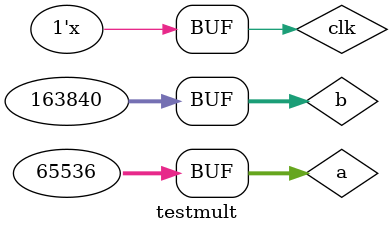
<source format=v>
`timescale 1ns / 1ps


module testmult;

	// Inputs
	reg clk;
	reg [31:0] a;
	reg [31:0] b;

	// Outputs
	wire [31:0] p;

	// Instantiate the Unit Under Test (UUT)
	mult uut (
		.clk(clk), 
		.p(p), 
		.a(a), 
		.b(b)
	);
	always #5 clk=!clk;
	initial begin
		// Initialize Inputs
		clk = 0;
		a = {17'd2,15'd0};
		b = {17'd5,15'd0};

		// Wait 100 ns for global reset to finish
		#100;
        
		// Add stimulus here

	end
      
endmodule


</source>
